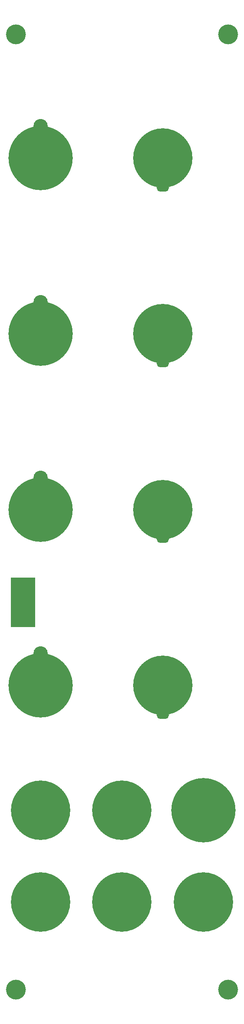
<source format=gbs>
%TF.GenerationSoftware,KiCad,Pcbnew,8.0.5*%
%TF.CreationDate,2024-12-03T21:15:31+01:00*%
%TF.ProjectId,DMH_Mixer_PANEL,444d485f-4d69-4786-9572-5f50414e454c,rev?*%
%TF.SameCoordinates,Original*%
%TF.FileFunction,Soldermask,Bot*%
%TF.FilePolarity,Negative*%
%FSLAX46Y46*%
G04 Gerber Fmt 4.6, Leading zero omitted, Abs format (unit mm)*
G04 Created by KiCad (PCBNEW 8.0.5) date 2024-12-03 21:15:31*
%MOMM*%
%LPD*%
G01*
G04 APERTURE LIST*
%ADD10C,12.000000*%
%ADD11O,2.500000X1.500000*%
%ADD12C,4.000000*%
%ADD13C,2.900000*%
%ADD14C,13.000000*%
%ADD15C,0.500000*%
%ADD16C,2.600000*%
%ADD17R,5.000000X10.000000*%
G04 APERTURE END LIST*
D10*
%TO.C,H13*%
X83250000Y-129500000D03*
D11*
X83250000Y-135500000D03*
%TD*%
D10*
%TO.C,H12*%
X83250000Y-94000000D03*
D11*
X83250000Y-100000000D03*
%TD*%
D10*
%TO.C,H16*%
X83250000Y-165000000D03*
D11*
X83250000Y-171000000D03*
%TD*%
D10*
%TO.C,H11*%
X83250000Y-58500000D03*
D11*
X83250000Y-64500000D03*
%TD*%
D12*
%TO.C,H3*%
X53500000Y-226500000D03*
%TD*%
D13*
%TO.C,H18*%
X58500000Y-123100000D03*
D14*
X58500000Y-129500000D03*
%TD*%
D15*
%TO.C,H8*%
X85800000Y-208750000D03*
X87460000Y-204720000D03*
X87470000Y-212790000D03*
X91500000Y-203050000D03*
D10*
X91500000Y-208750000D03*
D15*
X91500000Y-214450000D03*
X95530000Y-212790000D03*
X95540000Y-204720000D03*
X97200000Y-208750000D03*
%TD*%
%TO.C,H5*%
X52800000Y-190250000D03*
X54460000Y-186220000D03*
X54470000Y-194290000D03*
X58500000Y-184550000D03*
D10*
X58500000Y-190250000D03*
D15*
X58500000Y-195950000D03*
X62530000Y-194290000D03*
X62540000Y-186220000D03*
X64200000Y-190250000D03*
%TD*%
D13*
%TO.C,H14*%
X58500000Y-52100000D03*
D14*
X58500000Y-58500000D03*
%TD*%
D13*
%TO.C,H19*%
X58500000Y-158600000D03*
D14*
X58500000Y-165000000D03*
%TD*%
D15*
%TO.C,H6*%
X69300000Y-190250000D03*
X70960000Y-186220000D03*
X70970000Y-194290000D03*
X75000000Y-184550000D03*
D10*
X75000000Y-190250000D03*
D15*
X75000000Y-195950000D03*
X79030000Y-194290000D03*
X79040000Y-186220000D03*
X80700000Y-190250000D03*
%TD*%
%TO.C,H7*%
X52800000Y-208750000D03*
X54460000Y-204720000D03*
X54470000Y-212790000D03*
X58500000Y-203050000D03*
D10*
X58500000Y-208750000D03*
D15*
X58500000Y-214450000D03*
X62530000Y-212790000D03*
X62540000Y-204720000D03*
X64200000Y-208750000D03*
%TD*%
%TO.C,H15*%
X69300000Y-208750000D03*
X70960000Y-204720000D03*
X70970000Y-212790000D03*
X75000000Y-203050000D03*
D10*
X75000000Y-208750000D03*
D15*
X75000000Y-214450000D03*
X79030000Y-212790000D03*
X79040000Y-204720000D03*
X80700000Y-208750000D03*
%TD*%
D12*
%TO.C,H2*%
X96500000Y-33500000D03*
%TD*%
%TO.C,H4*%
X96500000Y-226500000D03*
%TD*%
%TO.C,H1*%
X53500000Y-33500000D03*
%TD*%
D16*
%TO.C,H9*%
X91500000Y-185050000D03*
D14*
X91500000Y-190250000D03*
%TD*%
D13*
%TO.C,H17*%
X58500000Y-87600000D03*
D14*
X58500000Y-94000000D03*
%TD*%
D17*
%TO.C,J0*%
X55000000Y-148250000D03*
%TD*%
M02*

</source>
